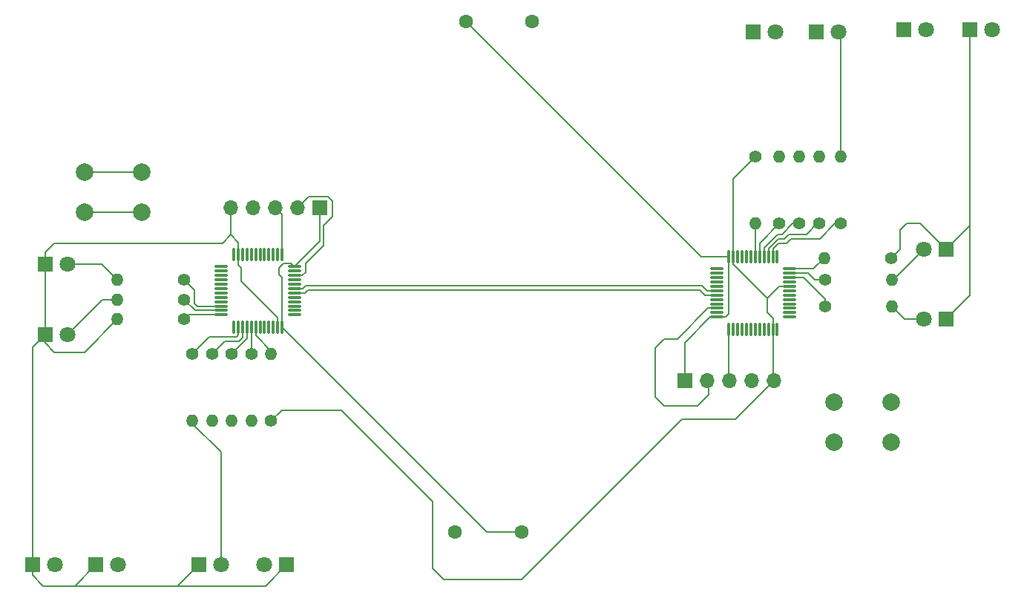
<source format=gtl>
%TF.GenerationSoftware,KiCad,Pcbnew,9.0.0*%
%TF.CreationDate,2025-07-05T08:14:35+06:00*%
%TF.ProjectId,uart,75617274-2e6b-4696-9361-645f70636258,rev?*%
%TF.SameCoordinates,Original*%
%TF.FileFunction,Copper,L1,Top*%
%TF.FilePolarity,Positive*%
%FSLAX46Y46*%
G04 Gerber Fmt 4.6, Leading zero omitted, Abs format (unit mm)*
G04 Created by KiCad (PCBNEW 9.0.0) date 2025-07-05 08:14:35*
%MOMM*%
%LPD*%
G01*
G04 APERTURE LIST*
G04 Aperture macros list*
%AMRoundRect*
0 Rectangle with rounded corners*
0 $1 Rounding radius*
0 $2 $3 $4 $5 $6 $7 $8 $9 X,Y pos of 4 corners*
0 Add a 4 corners polygon primitive as box body*
4,1,4,$2,$3,$4,$5,$6,$7,$8,$9,$2,$3,0*
0 Add four circle primitives for the rounded corners*
1,1,$1+$1,$2,$3*
1,1,$1+$1,$4,$5*
1,1,$1+$1,$6,$7*
1,1,$1+$1,$8,$9*
0 Add four rect primitives between the rounded corners*
20,1,$1+$1,$2,$3,$4,$5,0*
20,1,$1+$1,$4,$5,$6,$7,0*
20,1,$1+$1,$6,$7,$8,$9,0*
20,1,$1+$1,$8,$9,$2,$3,0*%
G04 Aperture macros list end*
%TA.AperFunction,ComponentPad*%
%ADD10C,1.600000*%
%TD*%
%TA.AperFunction,ComponentPad*%
%ADD11C,1.400000*%
%TD*%
%TA.AperFunction,ComponentPad*%
%ADD12O,1.400000X1.400000*%
%TD*%
%TA.AperFunction,ComponentPad*%
%ADD13R,1.800000X1.800000*%
%TD*%
%TA.AperFunction,ComponentPad*%
%ADD14C,1.800000*%
%TD*%
%TA.AperFunction,SMDPad,CuDef*%
%ADD15RoundRect,0.075000X-0.662500X-0.075000X0.662500X-0.075000X0.662500X0.075000X-0.662500X0.075000X0*%
%TD*%
%TA.AperFunction,SMDPad,CuDef*%
%ADD16RoundRect,0.075000X-0.075000X-0.662500X0.075000X-0.662500X0.075000X0.662500X-0.075000X0.662500X0*%
%TD*%
%TA.AperFunction,ComponentPad*%
%ADD17R,1.700000X1.700000*%
%TD*%
%TA.AperFunction,ComponentPad*%
%ADD18O,1.700000X1.700000*%
%TD*%
%TA.AperFunction,SMDPad,CuDef*%
%ADD19RoundRect,0.075000X0.662500X0.075000X-0.662500X0.075000X-0.662500X-0.075000X0.662500X-0.075000X0*%
%TD*%
%TA.AperFunction,SMDPad,CuDef*%
%ADD20RoundRect,0.075000X0.075000X0.662500X-0.075000X0.662500X-0.075000X-0.662500X0.075000X-0.662500X0*%
%TD*%
%TA.AperFunction,ComponentPad*%
%ADD21C,2.000000*%
%TD*%
%TA.AperFunction,Conductor*%
%ADD22C,0.200000*%
%TD*%
G04 APERTURE END LIST*
D10*
%TO.P,photoresistor,1*%
%TO.N,+3.3V*%
X157700000Y-73250000D03*
%TO.P,photoresistor,2*%
%TO.N,Net-(U2-PB0)*%
X165300000Y-73250000D03*
%TD*%
D11*
%TO.P,R6-S2,1*%
%TO.N,Net-(U2-PA1)*%
X198690000Y-102750000D03*
D12*
%TO.P,R6-S2,2*%
%TO.N,/Blink On Receive S2*%
X206310000Y-102750000D03*
%TD*%
D11*
%TO.P,R1,1*%
%TO.N,Net-(U1-PA0)*%
X125560000Y-102750000D03*
D12*
%TO.P,R1,2*%
%TO.N,/Blink On Send S1*%
X117940000Y-102750000D03*
%TD*%
D13*
%TO.P,Received bit,1,K*%
%TO.N,GND*%
X212525000Y-99250000D03*
D14*
%TO.P,Received bit,2,A*%
%TO.N,/Blink On Receive S2*%
X209985000Y-99250000D03*
%TD*%
D15*
%TO.P,STM32f103C8,1,VBAT*%
%TO.N,unconnected-(U1-VBAT-Pad1)*%
X129837500Y-101250000D03*
%TO.P,STM32f103C8,2,PC13*%
%TO.N,unconnected-(U1-PC13-Pad2)*%
X129837500Y-101750000D03*
%TO.P,STM32f103C8,3,PC14*%
%TO.N,unconnected-(U1-PC14-Pad3)*%
X129837500Y-102250000D03*
%TO.P,STM32f103C8,4,PC15*%
%TO.N,unconnected-(U1-PC15-Pad4)*%
X129837500Y-102750000D03*
%TO.P,STM32f103C8,5,PD0*%
%TO.N,unconnected-(U1-PD0-Pad5)*%
X129837500Y-103250000D03*
%TO.P,STM32f103C8,6,PD1*%
%TO.N,unconnected-(U1-PD1-Pad6)*%
X129837500Y-103750000D03*
%TO.P,STM32f103C8,7,NRST*%
%TO.N,unconnected-(U1-NRST-Pad7)*%
X129837500Y-104250000D03*
%TO.P,STM32f103C8,8,VSSA*%
%TO.N,unconnected-(U1-VSSA-Pad8)*%
X129837500Y-104750000D03*
%TO.P,STM32f103C8,9,VDDA*%
%TO.N,unconnected-(U1-VDDA-Pad9)*%
X129837500Y-105250000D03*
%TO.P,STM32f103C8,10,PA0*%
%TO.N,Net-(U1-PA0)*%
X129837500Y-105750000D03*
%TO.P,STM32f103C8,11,PA1*%
%TO.N,Net-(U1-PA1)*%
X129837500Y-106250000D03*
%TO.P,STM32f103C8,12,PA2*%
%TO.N,Net-(U1-PA2)*%
X129837500Y-106750000D03*
D16*
%TO.P,STM32f103C8,13,PA3*%
%TO.N,unconnected-(U1-PA3-Pad13)*%
X131250000Y-108162500D03*
%TO.P,STM32f103C8,14,PA4*%
%TO.N,Net-(U1-PA4)*%
X131750000Y-108162500D03*
%TO.P,STM32f103C8,15,PA5*%
%TO.N,Net-(U1-PA5)*%
X132250000Y-108162500D03*
%TO.P,STM32f103C8,16,PA6*%
%TO.N,Net-(U1-PA6)*%
X132750000Y-108162500D03*
%TO.P,STM32f103C8,17,PA7*%
%TO.N,Net-(U1-PA7)*%
X133250000Y-108162500D03*
%TO.P,STM32f103C8,18,PB0*%
%TO.N,Net-(U1-PB0)*%
X133750000Y-108162500D03*
%TO.P,STM32f103C8,19,PB1*%
%TO.N,unconnected-(U1-PB1-Pad19)*%
X134250000Y-108162500D03*
%TO.P,STM32f103C8,20,PB2*%
%TO.N,unconnected-(U1-PB2-Pad20)*%
X134750000Y-108162500D03*
%TO.P,STM32f103C8,21,PB10*%
%TO.N,unconnected-(U1-PB10-Pad21)*%
X135250000Y-108162500D03*
%TO.P,STM32f103C8,22,PB11*%
%TO.N,unconnected-(U1-PB11-Pad22)*%
X135750000Y-108162500D03*
%TO.P,STM32f103C8,23,VSS*%
%TO.N,GND*%
X136250000Y-108162500D03*
%TO.P,STM32f103C8,24,VDD*%
%TO.N,+3.3V*%
X136750000Y-108162500D03*
D15*
%TO.P,STM32f103C8,25,PB12*%
%TO.N,unconnected-(U1-PB12-Pad25)*%
X138162500Y-106750000D03*
%TO.P,STM32f103C8,26,PB13*%
%TO.N,unconnected-(U1-PB13-Pad26)*%
X138162500Y-106250000D03*
%TO.P,STM32f103C8,27,PB14*%
%TO.N,unconnected-(U1-PB14-Pad27)*%
X138162500Y-105750000D03*
%TO.P,STM32f103C8,28,PB15*%
%TO.N,unconnected-(U1-PB15-Pad28)*%
X138162500Y-105250000D03*
%TO.P,STM32f103C8,29,PA8*%
%TO.N,unconnected-(U1-PA8-Pad29)*%
X138162500Y-104750000D03*
%TO.P,STM32f103C8,30,PA9*%
%TO.N,Net-(U1-PA9)*%
X138162500Y-104250000D03*
%TO.P,STM32f103C8,31,PA10*%
%TO.N,Net-(U1-PA10)*%
X138162500Y-103750000D03*
%TO.P,STM32f103C8,32,PA11*%
%TO.N,unconnected-(U1-PA11-Pad32)*%
X138162500Y-103250000D03*
%TO.P,STM32f103C8,33,PA12*%
%TO.N,unconnected-(U1-PA12-Pad33)*%
X138162500Y-102750000D03*
%TO.P,STM32f103C8,34,PA13*%
%TO.N,Net-(J1-Pin_2)*%
X138162500Y-102250000D03*
%TO.P,STM32f103C8,35,VSS*%
%TO.N,unconnected-(U1-VSS-Pad35)*%
X138162500Y-101750000D03*
%TO.P,STM32f103C8,36,VDD*%
%TO.N,+3.3V*%
X138162500Y-101250000D03*
D16*
%TO.P,STM32f103C8,37,PA14*%
%TO.N,Net-(J1-Pin_3)*%
X136750000Y-99837500D03*
%TO.P,STM32f103C8,38,PA15*%
%TO.N,unconnected-(U1-PA15-Pad38)*%
X136250000Y-99837500D03*
%TO.P,STM32f103C8,39,PB3*%
%TO.N,unconnected-(U1-PB3-Pad39)*%
X135750000Y-99837500D03*
%TO.P,STM32f103C8,40,PB4*%
%TO.N,unconnected-(U1-PB4-Pad40)*%
X135250000Y-99837500D03*
%TO.P,STM32f103C8,41,PB5*%
%TO.N,unconnected-(U1-PB5-Pad41)*%
X134750000Y-99837500D03*
%TO.P,STM32f103C8,42,PB6*%
%TO.N,unconnected-(U1-PB6-Pad42)*%
X134250000Y-99837500D03*
%TO.P,STM32f103C8,43,PB7*%
%TO.N,unconnected-(U1-PB7-Pad43)*%
X133750000Y-99837500D03*
%TO.P,STM32f103C8,44,BOOT0*%
%TO.N,unconnected-(U1-BOOT0-Pad44)*%
X133250000Y-99837500D03*
%TO.P,STM32f103C8,45,PB8*%
%TO.N,unconnected-(U1-PB8-Pad45)*%
X132750000Y-99837500D03*
%TO.P,STM32f103C8,46,PB9*%
%TO.N,unconnected-(U1-PB9-Pad46)*%
X132250000Y-99837500D03*
%TO.P,STM32f103C8,47,VSS*%
%TO.N,GND*%
X131750000Y-99837500D03*
%TO.P,STM32f103C8,48,VDD*%
%TO.N,unconnected-(U1-VDD-Pad48)*%
X131250000Y-99837500D03*
%TD*%
D11*
%TO.P,R14,1*%
%TO.N,Net-(U1-PA4)*%
X126500000Y-111190000D03*
D12*
%TO.P,R14,2*%
%TO.N,/LSB data of S1*%
X126500000Y-118810000D03*
%TD*%
D11*
%TO.P,R4,1*%
%TO.N,Net-(U1-PA6)*%
X131000000Y-111190000D03*
D12*
%TO.P,R4,2*%
%TO.N,/Toggle on External Interrupt S1*%
X131000000Y-118810000D03*
%TD*%
D13*
%TO.P,LSB,1,K*%
%TO.N,GND*%
X197725000Y-74500000D03*
D14*
%TO.P,LSB,2,A*%
%TO.N,/LSB of data S2*%
X200265000Y-74500000D03*
%TD*%
D11*
%TO.P,R13,1*%
%TO.N,Net-(U1-PA7)*%
X133250000Y-111190000D03*
D12*
%TO.P,R13,2*%
%TO.N,/MSB data by Timer S1*%
X133250000Y-118810000D03*
%TD*%
D13*
%TO.P,Sent bit,1,K*%
%TO.N,GND*%
X109725000Y-101000000D03*
D14*
%TO.P,Sent bit,2,A*%
%TO.N,/Blink On Send S1*%
X112265000Y-101000000D03*
%TD*%
D13*
%TO.P,Received bit,1,K*%
%TO.N,GND*%
X109725000Y-109000000D03*
D14*
%TO.P,Received bit,2,A*%
%TO.N,/Blink On Receive S1*%
X112265000Y-109000000D03*
%TD*%
D13*
%TO.P,Toggle,1,K*%
%TO.N,GND*%
X115500000Y-135250000D03*
D14*
%TO.P,Toggle,2,A*%
%TO.N,/Toggle on External Interrupt S1*%
X118040000Y-135250000D03*
%TD*%
D11*
%TO.P,R7-S2,1*%
%TO.N,Net-(U2-PA5)*%
X198000000Y-96310000D03*
D12*
%TO.P,R7-S2,2*%
%TO.N,/Output Photo S2*%
X198000000Y-88690000D03*
%TD*%
D17*
%TO.P,J1,1,Pin_1*%
%TO.N,+3.3V*%
X141050000Y-94525000D03*
D18*
%TO.P,J1,2,Pin_2*%
%TO.N,Net-(J1-Pin_2)*%
X138510000Y-94525000D03*
%TO.P,J1,3,Pin_3*%
%TO.N,Net-(J1-Pin_3)*%
X135970000Y-94525000D03*
%TO.P,J1,4,Pin_4*%
%TO.N,unconnected-(J1-Pin_4-Pad4)*%
X133430000Y-94525000D03*
%TO.P,J1,5,Pin_5*%
%TO.N,GND*%
X130890000Y-94525000D03*
%TD*%
D11*
%TO.P,R2,1*%
%TO.N,Net-(U1-PA1)*%
X125560000Y-105000000D03*
D12*
%TO.P,R2,2*%
%TO.N,/Blink On Receive S1*%
X117940000Y-105000000D03*
%TD*%
D11*
%TO.P,R11-S2,1*%
%TO.N,Net-(U2-PA7)*%
X193500000Y-96310000D03*
D12*
%TO.P,R11-S2,2*%
%TO.N,/MSB data by Timer S2*%
X193500000Y-88690000D03*
%TD*%
D13*
%TO.P,Toggle,1,K*%
%TO.N,GND*%
X207725000Y-74250000D03*
D14*
%TO.P,Toggle,2,A*%
%TO.N,/Toggle on External Interrupt S2*%
X210265000Y-74250000D03*
%TD*%
D11*
%TO.P,R12-S2,1*%
%TO.N,Net-(U2-PA4)*%
X200500000Y-96310000D03*
D12*
%TO.P,R12-S2,2*%
%TO.N,/LSB of data S2*%
X200500000Y-88690000D03*
%TD*%
D11*
%TO.P,R10,1*%
%TO.N,Net-(U1-PA2)*%
X125560000Y-107250000D03*
D12*
%TO.P,R10,2*%
%TO.N,GND*%
X117940000Y-107250000D03*
%TD*%
D11*
%TO.P,R9-S3,1*%
%TO.N,GND*%
X206250000Y-100250000D03*
D12*
%TO.P,R9-S3,2*%
%TO.N,Net-(U2-PA2)*%
X198630000Y-100250000D03*
%TD*%
D11*
%TO.P,R3,1*%
%TO.N,Net-(U1-PA5)*%
X128750000Y-111190000D03*
D12*
%TO.P,R3,2*%
%TO.N,/Output Photo S1*%
X128750000Y-118810000D03*
%TD*%
D13*
%TO.P,Sent bit,1,K*%
%TO.N,GND*%
X212525000Y-107250000D03*
D14*
%TO.P,Sent bit,2,A*%
%TO.N,/Blink On Send S2*%
X209985000Y-107250000D03*
%TD*%
D13*
%TO.P,LSB,1,K*%
%TO.N,GND*%
X127225000Y-135250000D03*
D14*
%TO.P,LSB,2,A*%
%TO.N,/LSB data of S1*%
X129765000Y-135250000D03*
%TD*%
D13*
%TO.P,MSB,1,K*%
%TO.N,GND*%
X137275000Y-135250000D03*
D14*
%TO.P,MSB,2,A*%
%TO.N,/MSB data by Timer S1*%
X134735000Y-135250000D03*
%TD*%
D19*
%TO.P,STM32F103C8,1,VBAT*%
%TO.N,unconnected-(U2-VBAT-Pad1)*%
X194662500Y-107000000D03*
%TO.P,STM32F103C8,2,PC13*%
%TO.N,unconnected-(U2-PC13-Pad2)*%
X194662500Y-106500000D03*
%TO.P,STM32F103C8,3,PC14*%
%TO.N,unconnected-(U2-PC14-Pad3)*%
X194662500Y-106000000D03*
%TO.P,STM32F103C8,4,PC15*%
%TO.N,unconnected-(U2-PC15-Pad4)*%
X194662500Y-105500000D03*
%TO.P,STM32F103C8,5,PD0*%
%TO.N,unconnected-(U2-PD0-Pad5)*%
X194662500Y-105000000D03*
%TO.P,STM32F103C8,6,PD1*%
%TO.N,unconnected-(U2-PD1-Pad6)*%
X194662500Y-104500000D03*
%TO.P,STM32F103C8,7,NRST*%
%TO.N,unconnected-(U2-NRST-Pad7)*%
X194662500Y-104000000D03*
%TO.P,STM32F103C8,8,VSSA*%
%TO.N,GND*%
X194662500Y-103500000D03*
%TO.P,STM32F103C8,9,VDDA*%
%TO.N,unconnected-(U2-VDDA-Pad9)*%
X194662500Y-103000000D03*
%TO.P,STM32F103C8,10,PA0*%
%TO.N,Net-(U2-PA0)*%
X194662500Y-102500000D03*
%TO.P,STM32F103C8,11,PA1*%
%TO.N,Net-(U2-PA1)*%
X194662500Y-102000000D03*
%TO.P,STM32F103C8,12,PA2*%
%TO.N,Net-(U2-PA2)*%
X194662500Y-101500000D03*
D20*
%TO.P,STM32F103C8,13,PA3*%
%TO.N,unconnected-(U2-PA3-Pad13)*%
X193250000Y-100087500D03*
%TO.P,STM32F103C8,14,PA4*%
%TO.N,Net-(U2-PA4)*%
X192750000Y-100087500D03*
%TO.P,STM32F103C8,15,PA5*%
%TO.N,Net-(U2-PA5)*%
X192250000Y-100087500D03*
%TO.P,STM32F103C8,16,PA6*%
%TO.N,Net-(U2-PA6)*%
X191750000Y-100087500D03*
%TO.P,STM32F103C8,17,PA7*%
%TO.N,Net-(U2-PA7)*%
X191250000Y-100087500D03*
%TO.P,STM32F103C8,18,PB0*%
%TO.N,Net-(U2-PB0)*%
X190750000Y-100087500D03*
%TO.P,STM32F103C8,19,PB1*%
%TO.N,unconnected-(U2-PB1-Pad19)*%
X190250000Y-100087500D03*
%TO.P,STM32F103C8,20,PB2*%
%TO.N,unconnected-(U2-PB2-Pad20)*%
X189750000Y-100087500D03*
%TO.P,STM32F103C8,21,PB10*%
%TO.N,unconnected-(U2-PB10-Pad21)*%
X189250000Y-100087500D03*
%TO.P,STM32F103C8,22,PB11*%
%TO.N,unconnected-(U2-PB11-Pad22)*%
X188750000Y-100087500D03*
%TO.P,STM32F103C8,23,VSS*%
%TO.N,GND*%
X188250000Y-100087500D03*
%TO.P,STM32F103C8,24,VDD*%
%TO.N,+3.3V*%
X187750000Y-100087500D03*
D19*
%TO.P,STM32F103C8,25,PB12*%
%TO.N,unconnected-(U2-PB12-Pad25)*%
X186337500Y-101500000D03*
%TO.P,STM32F103C8,26,PB13*%
%TO.N,unconnected-(U2-PB13-Pad26)*%
X186337500Y-102000000D03*
%TO.P,STM32F103C8,27,PB14*%
%TO.N,unconnected-(U2-PB14-Pad27)*%
X186337500Y-102500000D03*
%TO.P,STM32F103C8,28,PB15*%
%TO.N,unconnected-(U2-PB15-Pad28)*%
X186337500Y-103000000D03*
%TO.P,STM32F103C8,29,PA8*%
%TO.N,unconnected-(U2-PA8-Pad29)*%
X186337500Y-103500000D03*
%TO.P,STM32F103C8,30,PA9*%
%TO.N,Net-(U1-PA10)*%
X186337500Y-104000000D03*
%TO.P,STM32F103C8,31,PA10*%
%TO.N,Net-(U1-PA9)*%
X186337500Y-104500000D03*
%TO.P,STM32F103C8,32,PA11*%
%TO.N,unconnected-(U2-PA11-Pad32)*%
X186337500Y-105000000D03*
%TO.P,STM32F103C8,33,PA12*%
%TO.N,unconnected-(U2-PA12-Pad33)*%
X186337500Y-105500000D03*
%TO.P,STM32F103C8,34,PA13*%
%TO.N,Net-(J2-Pin_2)*%
X186337500Y-106000000D03*
%TO.P,STM32F103C8,35,VSS*%
%TO.N,unconnected-(U2-VSS-Pad35)*%
X186337500Y-106500000D03*
%TO.P,STM32F103C8,36,VDD*%
%TO.N,+3.3V*%
X186337500Y-107000000D03*
D20*
%TO.P,STM32F103C8,37,PA14*%
%TO.N,Net-(J2-Pin_3)*%
X187750000Y-108412500D03*
%TO.P,STM32F103C8,38,PA15*%
%TO.N,unconnected-(U2-PA15-Pad38)*%
X188250000Y-108412500D03*
%TO.P,STM32F103C8,39,PB3*%
%TO.N,unconnected-(U2-PB3-Pad39)*%
X188750000Y-108412500D03*
%TO.P,STM32F103C8,40,PB4*%
%TO.N,unconnected-(U2-PB4-Pad40)*%
X189250000Y-108412500D03*
%TO.P,STM32F103C8,41,PB5*%
%TO.N,unconnected-(U2-PB5-Pad41)*%
X189750000Y-108412500D03*
%TO.P,STM32F103C8,42,PB6*%
%TO.N,unconnected-(U2-PB6-Pad42)*%
X190250000Y-108412500D03*
%TO.P,STM32F103C8,43,PB7*%
%TO.N,unconnected-(U2-PB7-Pad43)*%
X190750000Y-108412500D03*
%TO.P,STM32F103C8,44,BOOT0*%
%TO.N,unconnected-(U2-BOOT0-Pad44)*%
X191250000Y-108412500D03*
%TO.P,STM32F103C8,45,PB8*%
%TO.N,unconnected-(U2-PB8-Pad45)*%
X191750000Y-108412500D03*
%TO.P,STM32F103C8,46,PB9*%
%TO.N,unconnected-(U2-PB9-Pad46)*%
X192250000Y-108412500D03*
%TO.P,STM32F103C8,47,VSS*%
%TO.N,GND*%
X192750000Y-108412500D03*
%TO.P,STM32F103C8,48,VDD*%
%TO.N,unconnected-(U2-VDD-Pad48)*%
X193250000Y-108412500D03*
%TD*%
D11*
%TO.P,R5-S2,1*%
%TO.N,Net-(U2-PA0)*%
X198690000Y-105750000D03*
D12*
%TO.P,R5-S2,2*%
%TO.N,/Blink On Send S2*%
X206310000Y-105750000D03*
%TD*%
D11*
%TO.P,R18,1*%
%TO.N,GND*%
X135500000Y-118810000D03*
D12*
%TO.P,R18,2*%
%TO.N,Net-(U1-PB0)*%
X135500000Y-111190000D03*
%TD*%
D21*
%TO.P,Switch,1,1*%
%TO.N,Net-(U2-PA2)*%
X199750000Y-116750000D03*
X206250000Y-116750000D03*
%TO.P,Switch,2,2*%
%TO.N,+3.3V*%
X199750000Y-121250000D03*
X206250000Y-121250000D03*
%TD*%
D10*
%TO.P,photoresistor,1*%
%TO.N,+3.3V*%
X164050000Y-131500000D03*
%TO.P,photoresistor,2*%
%TO.N,Net-(U1-PB0)*%
X156450000Y-131500000D03*
%TD*%
D13*
%TO.P,Output,1,K*%
%TO.N,GND*%
X215225000Y-74250000D03*
D14*
%TO.P,Output,2,A*%
%TO.N,/Output Photo S2*%
X217765000Y-74250000D03*
%TD*%
D11*
%TO.P,R8-S2,1*%
%TO.N,Net-(U2-PA6)*%
X195750000Y-96310000D03*
D12*
%TO.P,R8-S2,2*%
%TO.N,/Toggle on External Interrupt S2*%
X195750000Y-88690000D03*
%TD*%
D17*
%TO.P,J2,1,Pin_1*%
%TO.N,+3.3V*%
X182700000Y-114225000D03*
D18*
%TO.P,J2,2,Pin_2*%
%TO.N,Net-(J2-Pin_2)*%
X185240000Y-114225000D03*
%TO.P,J2,3,Pin_3*%
%TO.N,Net-(J2-Pin_3)*%
X187780000Y-114225000D03*
%TO.P,J2,4,Pin_4*%
%TO.N,unconnected-(J2-Pin_4-Pad4)*%
X190320000Y-114225000D03*
%TO.P,J2,5,Pin_5*%
%TO.N,GND*%
X192860000Y-114225000D03*
%TD*%
D13*
%TO.P,MSB,1,K*%
%TO.N,GND*%
X190475000Y-74500000D03*
D14*
%TO.P,MSB,2,A*%
%TO.N,/MSB data by Timer S2*%
X193015000Y-74500000D03*
%TD*%
D13*
%TO.P,Output,1,K*%
%TO.N,GND*%
X108250000Y-135250000D03*
D14*
%TO.P,Output,2,A*%
%TO.N,/Output Photo S1*%
X110790000Y-135250000D03*
%TD*%
D21*
%TO.P,Switch,1,1*%
%TO.N,Net-(U1-PA2)*%
X120750000Y-95000000D03*
X114250000Y-95000000D03*
%TO.P,Switch,2,2*%
%TO.N,+3.3V*%
X120750000Y-90500000D03*
X114250000Y-90500000D03*
%TD*%
D11*
%TO.P,R17-S2,1*%
%TO.N,GND*%
X190750000Y-88690000D03*
D12*
%TO.P,R17-S2,2*%
%TO.N,Net-(U2-PB0)*%
X190750000Y-96310000D03*
%TD*%
D22*
%TO.N,GND*%
X134857000Y-137668000D02*
X124807000Y-137668000D01*
X192750000Y-108412500D02*
X192750000Y-114115000D01*
X108250000Y-135250000D02*
X108250000Y-136444000D01*
X143510000Y-117602000D02*
X153924000Y-128016000D01*
X109725000Y-101000000D02*
X109725000Y-99571000D01*
X108250000Y-136444000D02*
X109474000Y-137668000D01*
X132080000Y-101346000D02*
X131750000Y-101016000D01*
X136250000Y-107040000D02*
X132080000Y-102870000D01*
X109725000Y-109979000D02*
X110744000Y-110998000D01*
X206250000Y-100250000D02*
X207264000Y-99236000D01*
X212525000Y-107250000D02*
X215225000Y-104550000D01*
X110744000Y-110998000D02*
X114192000Y-110998000D01*
X132080000Y-102870000D02*
X132080000Y-101346000D01*
X192750000Y-107152000D02*
X192750000Y-108412500D01*
X153924000Y-135636000D02*
X155194000Y-136906000D01*
X192098000Y-106500000D02*
X192750000Y-107152000D01*
X124807000Y-137668000D02*
X112500000Y-137668000D01*
X109725000Y-109000000D02*
X109725000Y-101000000D01*
X193426000Y-103500000D02*
X192098000Y-104828000D01*
X153924000Y-128016000D02*
X153924000Y-135636000D01*
X129954000Y-98552000D02*
X130890000Y-97616000D01*
X155194000Y-136906000D02*
X164084000Y-136906000D01*
X135500000Y-118810000D02*
X136708000Y-117602000D01*
X209541000Y-96266000D02*
X212525000Y-99250000D01*
X207264000Y-99236000D02*
X207264000Y-97028000D01*
X112500000Y-137668000D02*
X113082000Y-137668000D01*
X108250000Y-110475000D02*
X108250000Y-135250000D01*
X208026000Y-96266000D02*
X209541000Y-96266000D01*
X113082000Y-137668000D02*
X115500000Y-135250000D01*
X212525000Y-99250000D02*
X215225000Y-96550000D01*
X131750000Y-101016000D02*
X131750000Y-99837500D01*
X109725000Y-109000000D02*
X108250000Y-110475000D01*
X188250000Y-100087500D02*
X188250000Y-100980000D01*
X188467000Y-118618000D02*
X192860000Y-114225000D01*
X109474000Y-137668000D02*
X112500000Y-137668000D01*
X182372000Y-118618000D02*
X188467000Y-118618000D01*
X109725000Y-109000000D02*
X109725000Y-109979000D01*
X137275000Y-135250000D02*
X134857000Y-137668000D01*
X136250000Y-108162500D02*
X136250000Y-107040000D01*
X130890000Y-94525000D02*
X130890000Y-97616000D01*
X207264000Y-97028000D02*
X208026000Y-96266000D01*
X215225000Y-96550000D02*
X215225000Y-74250000D01*
X110744000Y-98552000D02*
X129954000Y-98552000D01*
X190475000Y-88415000D02*
X190750000Y-88690000D01*
X215225000Y-104550000D02*
X215225000Y-96550000D01*
X109725000Y-99571000D02*
X110744000Y-98552000D01*
X136708000Y-117602000D02*
X143510000Y-117602000D01*
X188250000Y-91190000D02*
X190750000Y-88690000D01*
X131750000Y-98476000D02*
X131750000Y-99837500D01*
X188250000Y-100087500D02*
X188250000Y-91190000D01*
X192750000Y-114115000D02*
X192860000Y-114225000D01*
X164084000Y-136906000D02*
X182372000Y-118618000D01*
X188250000Y-100980000D02*
X192098000Y-104828000D01*
X130890000Y-97616000D02*
X131750000Y-98476000D01*
X192098000Y-104828000D02*
X192098000Y-106500000D01*
X127225000Y-135250000D02*
X124807000Y-137668000D01*
X114192000Y-110998000D02*
X117940000Y-107250000D01*
X194662500Y-103500000D02*
X193426000Y-103500000D01*
%TO.N,/Blink On Send S2*%
X206310000Y-105750000D02*
X207810000Y-107250000D01*
X207810000Y-107250000D02*
X209985000Y-107250000D01*
%TO.N,/Blink On Receive S2*%
X206310000Y-102750000D02*
X206485000Y-102750000D01*
X206485000Y-102750000D02*
X209985000Y-99250000D01*
%TO.N,/Blink On Send S1*%
X116190000Y-101000000D02*
X117940000Y-102750000D01*
X112265000Y-101000000D02*
X116190000Y-101000000D01*
%TO.N,/Blink On Receive S1*%
X116265000Y-105000000D02*
X117940000Y-105000000D01*
X112265000Y-109000000D02*
X116265000Y-105000000D01*
%TO.N,Net-(J1-Pin_2)*%
X141478000Y-98806000D02*
X141478000Y-96520000D01*
X141986000Y-93218000D02*
X139817000Y-93218000D01*
X142494000Y-95504000D02*
X142494000Y-93726000D01*
X141478000Y-96520000D02*
X142494000Y-95504000D01*
X138162500Y-102250000D02*
X139050000Y-102250000D01*
X142494000Y-93726000D02*
X141986000Y-93218000D01*
X139817000Y-93218000D02*
X138510000Y-94525000D01*
X139050000Y-102250000D02*
X139446000Y-101854000D01*
X139446000Y-101854000D02*
X139446000Y-100838000D01*
X139446000Y-100838000D02*
X141478000Y-98806000D01*
%TO.N,+3.3V*%
X186337500Y-107000000D02*
X185608000Y-107000000D01*
X141050000Y-98362500D02*
X138162500Y-101250000D01*
X187386000Y-107000000D02*
X187750000Y-106636000D01*
X187750000Y-106636000D02*
X187750000Y-100087500D01*
X185608000Y-107000000D02*
X182700000Y-109908000D01*
X184537500Y-100087500D02*
X157700000Y-73250000D01*
X164050000Y-131500000D02*
X160087500Y-131500000D01*
X136398000Y-102108000D02*
X136398000Y-101346000D01*
X136750000Y-102460000D02*
X136398000Y-102108000D01*
X136750000Y-108162500D02*
X136750000Y-102460000D01*
X136869000Y-100875000D02*
X137787500Y-100875000D01*
X160087500Y-131500000D02*
X136750000Y-108162500D01*
X186337500Y-107000000D02*
X187386000Y-107000000D01*
X182700000Y-109908000D02*
X182700000Y-114225000D01*
X141050000Y-94525000D02*
X141050000Y-98362500D01*
X114250000Y-90500000D02*
X120750000Y-90500000D01*
X136398000Y-101346000D02*
X136869000Y-100875000D01*
X137787500Y-100875000D02*
X138162500Y-101250000D01*
X187750000Y-100087500D02*
X184537500Y-100087500D01*
%TO.N,Net-(J1-Pin_3)*%
X135970000Y-94525000D02*
X136750000Y-95305000D01*
X136750000Y-95305000D02*
X136750000Y-99837500D01*
%TO.N,Net-(J2-Pin_2)*%
X185420000Y-114405000D02*
X185240000Y-114225000D01*
X179324000Y-110490000D02*
X179324000Y-116078000D01*
X184912000Y-113897000D02*
X185240000Y-114225000D01*
X180340000Y-117094000D02*
X184150000Y-117094000D01*
X181864000Y-109474000D02*
X180340000Y-109474000D01*
X180340000Y-109474000D02*
X179324000Y-110490000D01*
X184150000Y-117094000D02*
X185420000Y-115824000D01*
X185338000Y-106000000D02*
X181864000Y-109474000D01*
X185420000Y-115824000D02*
X185420000Y-114405000D01*
X186337500Y-106000000D02*
X185338000Y-106000000D01*
X179324000Y-116078000D02*
X180340000Y-117094000D01*
%TO.N,Net-(J2-Pin_3)*%
X187750000Y-114195000D02*
X187780000Y-114225000D01*
X187750000Y-108412500D02*
X187750000Y-114195000D01*
%TO.N,Net-(U1-PA0)*%
X127086000Y-105750000D02*
X126746000Y-105410000D01*
X126746000Y-103936000D02*
X125560000Y-102750000D01*
X129837500Y-105750000D02*
X127086000Y-105750000D01*
X126746000Y-105410000D02*
X126746000Y-103936000D01*
%TO.N,Net-(U1-PA1)*%
X129837500Y-106250000D02*
X126810000Y-106250000D01*
X126810000Y-106250000D02*
X125560000Y-105000000D01*
%TO.N,Net-(U1-PA5)*%
X132250000Y-109304000D02*
X131826000Y-109728000D01*
X132250000Y-108162500D02*
X132250000Y-109304000D01*
X131826000Y-109728000D02*
X130212000Y-109728000D01*
X130212000Y-109728000D02*
X128750000Y-111190000D01*
%TO.N,Net-(U1-PA6)*%
X132750000Y-108162500D02*
X132750000Y-109440000D01*
X132750000Y-109440000D02*
X131000000Y-111190000D01*
%TO.N,Net-(U2-PA0)*%
X196226000Y-102500000D02*
X198690000Y-104964000D01*
X194662500Y-102500000D02*
X196226000Y-102500000D01*
X198690000Y-104964000D02*
X198690000Y-105750000D01*
%TO.N,Net-(U2-PA1)*%
X194662500Y-102000000D02*
X196742000Y-102000000D01*
X196742000Y-102000000D02*
X197492000Y-102750000D01*
X197492000Y-102750000D02*
X198690000Y-102750000D01*
%TO.N,Net-(U2-PA5)*%
X194056000Y-98044000D02*
X194564000Y-97536000D01*
X196596000Y-97536000D02*
X197822000Y-96310000D01*
X192250000Y-100087500D02*
X192250000Y-99145686D01*
X192250000Y-99145686D02*
X193351686Y-98044000D01*
X193351686Y-98044000D02*
X194056000Y-98044000D01*
X197822000Y-96310000D02*
X198000000Y-96310000D01*
X194564000Y-97536000D02*
X196596000Y-97536000D01*
%TO.N,Net-(U2-PA6)*%
X193294000Y-97536000D02*
X193802000Y-97536000D01*
X195028000Y-96310000D02*
X195750000Y-96310000D01*
X191750000Y-100087500D02*
X191750000Y-99080000D01*
X193802000Y-97536000D02*
X195028000Y-96310000D01*
X191750000Y-99080000D02*
X193294000Y-97536000D01*
%TO.N,Net-(U2-PA7)*%
X191250000Y-100087500D02*
X191250000Y-98560000D01*
X191250000Y-98560000D02*
X193500000Y-96310000D01*
%TO.N,Net-(U2-PA4)*%
X194818000Y-98044000D02*
X198120000Y-98044000D01*
X198120000Y-98044000D02*
X199854000Y-96310000D01*
X193409372Y-98552000D02*
X194310000Y-98552000D01*
X199854000Y-96310000D02*
X200500000Y-96310000D01*
X194310000Y-98552000D02*
X194818000Y-98044000D01*
X192750000Y-99211372D02*
X193409372Y-98552000D01*
X192750000Y-100087500D02*
X192750000Y-99211372D01*
%TO.N,Net-(U1-PA7)*%
X133250000Y-108162500D02*
X133250000Y-111190000D01*
%TO.N,Net-(U1-PA4)*%
X131750000Y-109042000D02*
X131572000Y-109220000D01*
X128470000Y-109220000D02*
X126500000Y-111190000D01*
X131572000Y-109220000D02*
X128470000Y-109220000D01*
X131750000Y-108162500D02*
X131750000Y-109042000D01*
%TO.N,Net-(U2-PB0)*%
X190750000Y-100087500D02*
X190750000Y-96310000D01*
%TO.N,Net-(U1-PB0)*%
X133750000Y-109112000D02*
X135500000Y-110862000D01*
X135500000Y-110862000D02*
X135500000Y-111190000D01*
X133750000Y-108162500D02*
X133750000Y-109112000D01*
%TO.N,Net-(U2-PA2)*%
X197380000Y-101500000D02*
X198630000Y-100250000D01*
X194662500Y-101500000D02*
X197380000Y-101500000D01*
%TO.N,Net-(U1-PA2)*%
X114250000Y-95000000D02*
X120750000Y-95000000D01*
X126060000Y-106750000D02*
X125560000Y-107250000D01*
X129837500Y-106750000D02*
X126060000Y-106750000D01*
%TO.N,Net-(U1-PA9)*%
X184404000Y-103886000D02*
X139700000Y-103886000D01*
X186337500Y-104500000D02*
X185018000Y-104500000D01*
X139336000Y-104250000D02*
X138162500Y-104250000D01*
X139700000Y-103886000D02*
X139336000Y-104250000D01*
X185018000Y-104500000D02*
X184404000Y-103886000D01*
%TO.N,Net-(U1-PA10)*%
X139074000Y-103750000D02*
X139446000Y-103378000D01*
X185280000Y-104000000D02*
X186337500Y-104000000D01*
X139446000Y-103378000D02*
X184658000Y-103378000D01*
X184658000Y-103378000D02*
X185280000Y-104000000D01*
X138162500Y-103750000D02*
X139074000Y-103750000D01*
%TO.N,/LSB of data S2*%
X200500000Y-88690000D02*
X200500000Y-74735000D01*
X200500000Y-74735000D02*
X200265000Y-74500000D01*
%TO.N,/LSB data of S1*%
X126500000Y-118810000D02*
X126500000Y-119134000D01*
X126500000Y-119134000D02*
X129765000Y-122399000D01*
X129765000Y-122399000D02*
X129765000Y-135250000D01*
%TD*%
M02*

</source>
